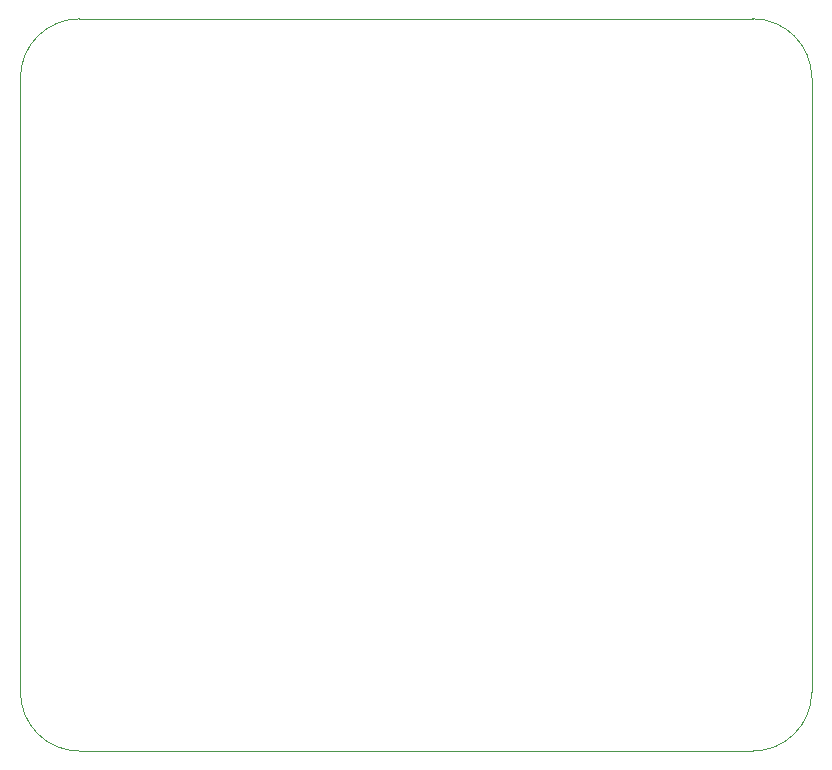
<source format=gbr>
%TF.GenerationSoftware,KiCad,Pcbnew,8.0.0*%
%TF.CreationDate,2024-03-06T15:24:16+01:00*%
%TF.ProjectId,EffectsPaddleBoard,45666665-6374-4735-9061-64646c65426f,rev?*%
%TF.SameCoordinates,Original*%
%TF.FileFunction,Profile,NP*%
%FSLAX46Y46*%
G04 Gerber Fmt 4.6, Leading zero omitted, Abs format (unit mm)*
G04 Created by KiCad (PCBNEW 8.0.0) date 2024-03-06 15:24:16*
%MOMM*%
%LPD*%
G01*
G04 APERTURE LIST*
%TA.AperFunction,Profile*%
%ADD10C,0.100000*%
%TD*%
G04 APERTURE END LIST*
D10*
X188000000Y-51998002D02*
G75*
G02*
X193001998Y-57000000I0J-5001998D01*
G01*
X126001997Y-57000000D02*
G75*
G02*
X131000160Y-52001997I4998003J0D01*
G01*
X131000160Y-52001997D02*
X188000000Y-51998002D01*
X193001998Y-57000000D02*
X193000000Y-109000000D01*
X126001997Y-57000000D02*
X126000000Y-109000000D01*
X188000000Y-114000000D02*
X131000000Y-114000000D01*
X131000000Y-114000000D02*
G75*
G02*
X126000000Y-109000000I0J5000000D01*
G01*
X193000000Y-109000000D02*
G75*
G02*
X188000000Y-114000000I-5000000J0D01*
G01*
M02*

</source>
